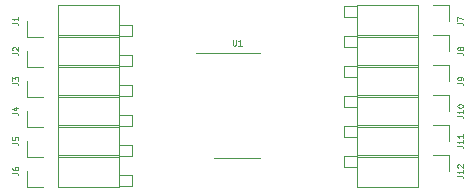
<source format=gto>
G04 #@! TF.GenerationSoftware,KiCad,Pcbnew,5.1.5+dfsg1-2build2*
G04 #@! TF.CreationDate,2021-02-08T17:23:34+09:00*
G04 #@! TF.ProjectId,v3-pwm-buffer,76332d70-776d-42d6-9275-666665722e6b,rev?*
G04 #@! TF.SameCoordinates,Original*
G04 #@! TF.FileFunction,Legend,Top*
G04 #@! TF.FilePolarity,Positive*
%FSLAX46Y46*%
G04 Gerber Fmt 4.6, Leading zero omitted, Abs format (unit mm)*
G04 Created by KiCad (PCBNEW 5.1.5+dfsg1-2build2) date 2021-02-08 17:23:34*
%MOMM*%
%LPD*%
G04 APERTURE LIST*
%ADD10C,0.120000*%
G04 APERTURE END LIST*
D10*
X78806040Y-55559960D02*
X79949040Y-55559960D01*
X78806040Y-54569360D02*
X78806040Y-55559960D01*
X79954120Y-54569360D02*
X78806040Y-54569360D01*
X87690000Y-54550000D02*
X87690000Y-55880000D01*
X86360000Y-54550000D02*
X87690000Y-54550000D01*
X85090000Y-54550000D02*
X85090000Y-57210000D01*
X85090000Y-57210000D02*
X79950000Y-57210000D01*
X85090000Y-54550000D02*
X79950000Y-54550000D01*
X79950000Y-54550000D02*
X79950000Y-57210000D01*
X78806040Y-53019960D02*
X79949040Y-53019960D01*
X78806040Y-52029360D02*
X78806040Y-53019960D01*
X79954120Y-52029360D02*
X78806040Y-52029360D01*
X87690000Y-52010000D02*
X87690000Y-53340000D01*
X86360000Y-52010000D02*
X87690000Y-52010000D01*
X85090000Y-52010000D02*
X85090000Y-54670000D01*
X85090000Y-54670000D02*
X79950000Y-54670000D01*
X85090000Y-52010000D02*
X79950000Y-52010000D01*
X79950000Y-52010000D02*
X79950000Y-54670000D01*
X78806040Y-50479960D02*
X79949040Y-50479960D01*
X78806040Y-49489360D02*
X78806040Y-50479960D01*
X79954120Y-49489360D02*
X78806040Y-49489360D01*
X87690000Y-49470000D02*
X87690000Y-50800000D01*
X86360000Y-49470000D02*
X87690000Y-49470000D01*
X85090000Y-49470000D02*
X85090000Y-52130000D01*
X85090000Y-52130000D02*
X79950000Y-52130000D01*
X85090000Y-49470000D02*
X79950000Y-49470000D01*
X79950000Y-49470000D02*
X79950000Y-52130000D01*
X78806040Y-47939960D02*
X79949040Y-47939960D01*
X78806040Y-46949360D02*
X78806040Y-47939960D01*
X79954120Y-46949360D02*
X78806040Y-46949360D01*
X87690000Y-46930000D02*
X87690000Y-48260000D01*
X86360000Y-46930000D02*
X87690000Y-46930000D01*
X85090000Y-46930000D02*
X85090000Y-49590000D01*
X85090000Y-49590000D02*
X79950000Y-49590000D01*
X85090000Y-46930000D02*
X79950000Y-46930000D01*
X79950000Y-46930000D02*
X79950000Y-49590000D01*
X78806040Y-45399960D02*
X79949040Y-45399960D01*
X78806040Y-44409360D02*
X78806040Y-45399960D01*
X79954120Y-44409360D02*
X78806040Y-44409360D01*
X87690000Y-44390000D02*
X87690000Y-45720000D01*
X86360000Y-44390000D02*
X87690000Y-44390000D01*
X85090000Y-44390000D02*
X85090000Y-47050000D01*
X85090000Y-47050000D02*
X79950000Y-47050000D01*
X85090000Y-44390000D02*
X79950000Y-44390000D01*
X79950000Y-44390000D02*
X79950000Y-47050000D01*
X78806040Y-42859960D02*
X79949040Y-42859960D01*
X78806040Y-41869360D02*
X78806040Y-42859960D01*
X79954120Y-41869360D02*
X78806040Y-41869360D01*
X87690000Y-41850000D02*
X87690000Y-43180000D01*
X86360000Y-41850000D02*
X87690000Y-41850000D01*
X85090000Y-41850000D02*
X85090000Y-44510000D01*
X85090000Y-44510000D02*
X79950000Y-44510000D01*
X85090000Y-41850000D02*
X79950000Y-41850000D01*
X79950000Y-41850000D02*
X79950000Y-44510000D01*
X60893960Y-56200040D02*
X59750960Y-56200040D01*
X60893960Y-57190640D02*
X60893960Y-56200040D01*
X59745880Y-57190640D02*
X60893960Y-57190640D01*
X52010000Y-57210000D02*
X52010000Y-55880000D01*
X53340000Y-57210000D02*
X52010000Y-57210000D01*
X54610000Y-57210000D02*
X54610000Y-54550000D01*
X54610000Y-54550000D02*
X59750000Y-54550000D01*
X54610000Y-57210000D02*
X59750000Y-57210000D01*
X59750000Y-57210000D02*
X59750000Y-54550000D01*
X60893960Y-53660040D02*
X59750960Y-53660040D01*
X60893960Y-54650640D02*
X60893960Y-53660040D01*
X59745880Y-54650640D02*
X60893960Y-54650640D01*
X52010000Y-54670000D02*
X52010000Y-53340000D01*
X53340000Y-54670000D02*
X52010000Y-54670000D01*
X54610000Y-54670000D02*
X54610000Y-52010000D01*
X54610000Y-52010000D02*
X59750000Y-52010000D01*
X54610000Y-54670000D02*
X59750000Y-54670000D01*
X59750000Y-54670000D02*
X59750000Y-52010000D01*
X60893960Y-51120040D02*
X59750960Y-51120040D01*
X60893960Y-52110640D02*
X60893960Y-51120040D01*
X59745880Y-52110640D02*
X60893960Y-52110640D01*
X52010000Y-52130000D02*
X52010000Y-50800000D01*
X53340000Y-52130000D02*
X52010000Y-52130000D01*
X54610000Y-52130000D02*
X54610000Y-49470000D01*
X54610000Y-49470000D02*
X59750000Y-49470000D01*
X54610000Y-52130000D02*
X59750000Y-52130000D01*
X59750000Y-52130000D02*
X59750000Y-49470000D01*
X60893960Y-48580040D02*
X59750960Y-48580040D01*
X60893960Y-49570640D02*
X60893960Y-48580040D01*
X59745880Y-49570640D02*
X60893960Y-49570640D01*
X52010000Y-49590000D02*
X52010000Y-48260000D01*
X53340000Y-49590000D02*
X52010000Y-49590000D01*
X54610000Y-49590000D02*
X54610000Y-46930000D01*
X54610000Y-46930000D02*
X59750000Y-46930000D01*
X54610000Y-49590000D02*
X59750000Y-49590000D01*
X59750000Y-49590000D02*
X59750000Y-46930000D01*
X60893960Y-46040040D02*
X59750960Y-46040040D01*
X60893960Y-47030640D02*
X60893960Y-46040040D01*
X59745880Y-47030640D02*
X60893960Y-47030640D01*
X52010000Y-47050000D02*
X52010000Y-45720000D01*
X53340000Y-47050000D02*
X52010000Y-47050000D01*
X54610000Y-47050000D02*
X54610000Y-44390000D01*
X54610000Y-44390000D02*
X59750000Y-44390000D01*
X54610000Y-47050000D02*
X59750000Y-47050000D01*
X59750000Y-47050000D02*
X59750000Y-44390000D01*
X60893960Y-43500040D02*
X59750960Y-43500040D01*
X60893960Y-44490640D02*
X60893960Y-43500040D01*
X59745880Y-44490640D02*
X60893960Y-44490640D01*
X52010000Y-44510000D02*
X52010000Y-43180000D01*
X53340000Y-44510000D02*
X52010000Y-44510000D01*
X54610000Y-44510000D02*
X54610000Y-41850000D01*
X54610000Y-41850000D02*
X59750000Y-41850000D01*
X54610000Y-44510000D02*
X59750000Y-44510000D01*
X59750000Y-44510000D02*
X59750000Y-41850000D01*
X69765001Y-45890001D02*
X66315001Y-45890001D01*
X69765001Y-45890001D02*
X71715001Y-45890001D01*
X69765001Y-54760001D02*
X67815001Y-54760001D01*
X69765001Y-54760001D02*
X71715001Y-54760001D01*
X88416190Y-56284761D02*
X88773333Y-56284761D01*
X88844761Y-56308571D01*
X88892380Y-56356190D01*
X88916190Y-56427619D01*
X88916190Y-56475238D01*
X88916190Y-55784761D02*
X88916190Y-56070476D01*
X88916190Y-55927619D02*
X88416190Y-55927619D01*
X88487619Y-55975238D01*
X88535238Y-56022857D01*
X88559047Y-56070476D01*
X88463809Y-55594285D02*
X88440000Y-55570476D01*
X88416190Y-55522857D01*
X88416190Y-55403809D01*
X88440000Y-55356190D01*
X88463809Y-55332380D01*
X88511428Y-55308571D01*
X88559047Y-55308571D01*
X88630476Y-55332380D01*
X88916190Y-55618095D01*
X88916190Y-55308571D01*
X88416190Y-53744761D02*
X88773333Y-53744761D01*
X88844761Y-53768571D01*
X88892380Y-53816190D01*
X88916190Y-53887619D01*
X88916190Y-53935238D01*
X88916190Y-53244761D02*
X88916190Y-53530476D01*
X88916190Y-53387619D02*
X88416190Y-53387619D01*
X88487619Y-53435238D01*
X88535238Y-53482857D01*
X88559047Y-53530476D01*
X88916190Y-52768571D02*
X88916190Y-53054285D01*
X88916190Y-52911428D02*
X88416190Y-52911428D01*
X88487619Y-52959047D01*
X88535238Y-53006666D01*
X88559047Y-53054285D01*
X88416190Y-51204761D02*
X88773333Y-51204761D01*
X88844761Y-51228571D01*
X88892380Y-51276190D01*
X88916190Y-51347619D01*
X88916190Y-51395238D01*
X88916190Y-50704761D02*
X88916190Y-50990476D01*
X88916190Y-50847619D02*
X88416190Y-50847619D01*
X88487619Y-50895238D01*
X88535238Y-50942857D01*
X88559047Y-50990476D01*
X88416190Y-50395238D02*
X88416190Y-50347619D01*
X88440000Y-50300000D01*
X88463809Y-50276190D01*
X88511428Y-50252380D01*
X88606666Y-50228571D01*
X88725714Y-50228571D01*
X88820952Y-50252380D01*
X88868571Y-50276190D01*
X88892380Y-50300000D01*
X88916190Y-50347619D01*
X88916190Y-50395238D01*
X88892380Y-50442857D01*
X88868571Y-50466666D01*
X88820952Y-50490476D01*
X88725714Y-50514285D01*
X88606666Y-50514285D01*
X88511428Y-50490476D01*
X88463809Y-50466666D01*
X88440000Y-50442857D01*
X88416190Y-50395238D01*
X88416190Y-48426666D02*
X88773333Y-48426666D01*
X88844761Y-48450476D01*
X88892380Y-48498095D01*
X88916190Y-48569523D01*
X88916190Y-48617142D01*
X88916190Y-48164761D02*
X88916190Y-48069523D01*
X88892380Y-48021904D01*
X88868571Y-47998095D01*
X88797142Y-47950476D01*
X88701904Y-47926666D01*
X88511428Y-47926666D01*
X88463809Y-47950476D01*
X88440000Y-47974285D01*
X88416190Y-48021904D01*
X88416190Y-48117142D01*
X88440000Y-48164761D01*
X88463809Y-48188571D01*
X88511428Y-48212380D01*
X88630476Y-48212380D01*
X88678095Y-48188571D01*
X88701904Y-48164761D01*
X88725714Y-48117142D01*
X88725714Y-48021904D01*
X88701904Y-47974285D01*
X88678095Y-47950476D01*
X88630476Y-47926666D01*
X88416190Y-45886666D02*
X88773333Y-45886666D01*
X88844761Y-45910476D01*
X88892380Y-45958095D01*
X88916190Y-46029523D01*
X88916190Y-46077142D01*
X88630476Y-45577142D02*
X88606666Y-45624761D01*
X88582857Y-45648571D01*
X88535238Y-45672380D01*
X88511428Y-45672380D01*
X88463809Y-45648571D01*
X88440000Y-45624761D01*
X88416190Y-45577142D01*
X88416190Y-45481904D01*
X88440000Y-45434285D01*
X88463809Y-45410476D01*
X88511428Y-45386666D01*
X88535238Y-45386666D01*
X88582857Y-45410476D01*
X88606666Y-45434285D01*
X88630476Y-45481904D01*
X88630476Y-45577142D01*
X88654285Y-45624761D01*
X88678095Y-45648571D01*
X88725714Y-45672380D01*
X88820952Y-45672380D01*
X88868571Y-45648571D01*
X88892380Y-45624761D01*
X88916190Y-45577142D01*
X88916190Y-45481904D01*
X88892380Y-45434285D01*
X88868571Y-45410476D01*
X88820952Y-45386666D01*
X88725714Y-45386666D01*
X88678095Y-45410476D01*
X88654285Y-45434285D01*
X88630476Y-45481904D01*
X88416190Y-43346666D02*
X88773333Y-43346666D01*
X88844761Y-43370476D01*
X88892380Y-43418095D01*
X88916190Y-43489523D01*
X88916190Y-43537142D01*
X88416190Y-43156190D02*
X88416190Y-42822857D01*
X88916190Y-43037142D01*
X50736190Y-56046666D02*
X51093333Y-56046666D01*
X51164761Y-56070476D01*
X51212380Y-56118095D01*
X51236190Y-56189523D01*
X51236190Y-56237142D01*
X50736190Y-55594285D02*
X50736190Y-55689523D01*
X50760000Y-55737142D01*
X50783809Y-55760952D01*
X50855238Y-55808571D01*
X50950476Y-55832380D01*
X51140952Y-55832380D01*
X51188571Y-55808571D01*
X51212380Y-55784761D01*
X51236190Y-55737142D01*
X51236190Y-55641904D01*
X51212380Y-55594285D01*
X51188571Y-55570476D01*
X51140952Y-55546666D01*
X51021904Y-55546666D01*
X50974285Y-55570476D01*
X50950476Y-55594285D01*
X50926666Y-55641904D01*
X50926666Y-55737142D01*
X50950476Y-55784761D01*
X50974285Y-55808571D01*
X51021904Y-55832380D01*
X50736190Y-53506666D02*
X51093333Y-53506666D01*
X51164761Y-53530476D01*
X51212380Y-53578095D01*
X51236190Y-53649523D01*
X51236190Y-53697142D01*
X50736190Y-53030476D02*
X50736190Y-53268571D01*
X50974285Y-53292380D01*
X50950476Y-53268571D01*
X50926666Y-53220952D01*
X50926666Y-53101904D01*
X50950476Y-53054285D01*
X50974285Y-53030476D01*
X51021904Y-53006666D01*
X51140952Y-53006666D01*
X51188571Y-53030476D01*
X51212380Y-53054285D01*
X51236190Y-53101904D01*
X51236190Y-53220952D01*
X51212380Y-53268571D01*
X51188571Y-53292380D01*
X50736190Y-50966666D02*
X51093333Y-50966666D01*
X51164761Y-50990476D01*
X51212380Y-51038095D01*
X51236190Y-51109523D01*
X51236190Y-51157142D01*
X50902857Y-50514285D02*
X51236190Y-50514285D01*
X50712380Y-50633333D02*
X51069523Y-50752380D01*
X51069523Y-50442857D01*
X50736190Y-48426666D02*
X51093333Y-48426666D01*
X51164761Y-48450476D01*
X51212380Y-48498095D01*
X51236190Y-48569523D01*
X51236190Y-48617142D01*
X50736190Y-48236190D02*
X50736190Y-47926666D01*
X50926666Y-48093333D01*
X50926666Y-48021904D01*
X50950476Y-47974285D01*
X50974285Y-47950476D01*
X51021904Y-47926666D01*
X51140952Y-47926666D01*
X51188571Y-47950476D01*
X51212380Y-47974285D01*
X51236190Y-48021904D01*
X51236190Y-48164761D01*
X51212380Y-48212380D01*
X51188571Y-48236190D01*
X50736190Y-45886666D02*
X51093333Y-45886666D01*
X51164761Y-45910476D01*
X51212380Y-45958095D01*
X51236190Y-46029523D01*
X51236190Y-46077142D01*
X50783809Y-45672380D02*
X50760000Y-45648571D01*
X50736190Y-45600952D01*
X50736190Y-45481904D01*
X50760000Y-45434285D01*
X50783809Y-45410476D01*
X50831428Y-45386666D01*
X50879047Y-45386666D01*
X50950476Y-45410476D01*
X51236190Y-45696190D01*
X51236190Y-45386666D01*
X50736190Y-43346666D02*
X51093333Y-43346666D01*
X51164761Y-43370476D01*
X51212380Y-43418095D01*
X51236190Y-43489523D01*
X51236190Y-43537142D01*
X51236190Y-42846666D02*
X51236190Y-43132380D01*
X51236190Y-42989523D02*
X50736190Y-42989523D01*
X50807619Y-43037142D01*
X50855238Y-43084761D01*
X50879047Y-43132380D01*
X69384048Y-44771191D02*
X69384048Y-45175953D01*
X69407858Y-45223572D01*
X69431667Y-45247381D01*
X69479286Y-45271191D01*
X69574524Y-45271191D01*
X69622143Y-45247381D01*
X69645953Y-45223572D01*
X69669762Y-45175953D01*
X69669762Y-44771191D01*
X70169762Y-45271191D02*
X69884048Y-45271191D01*
X70026905Y-45271191D02*
X70026905Y-44771191D01*
X69979286Y-44842620D01*
X69931667Y-44890239D01*
X69884048Y-44914048D01*
M02*

</source>
